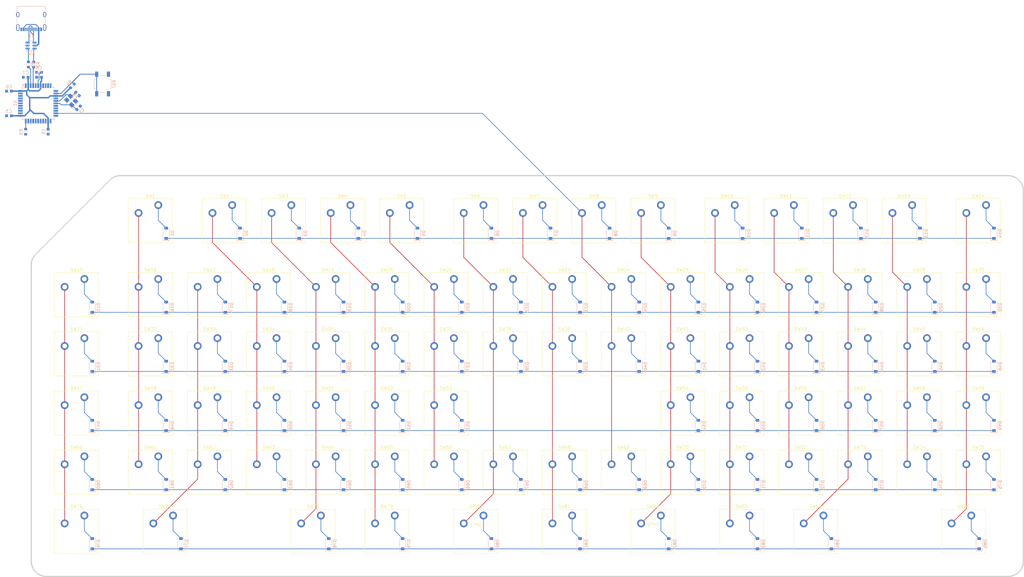
<source format=kicad_pcb>
(kicad_pcb (version 20221018) (generator pcbnew)
  (layers (0 "F.Cu" signal) (31 "B.Cu" signal) (34 "B.Paste" user) (35 "F.Paste" user) (36 "B.SilkS" user "B.Silkscreen") (37 "F.SilkS" user "F.Silkscreen") (38 "B.Mask" user) (39 "F.Mask" user) (44 "Edge.Cuts" user))
  (net 0 "")
  (net 1 "COL0")
  (net 2 "COL1")
  (net 3 "COL10")
  (net 4 "COL11")
  (net 5 "COL12")
  (net 6 "COL13")
  (net 7 "COL14")
  (net 8 "COL15")
  (net 9 "COL2")
  (net 10 "COL3")
  (net 11 "COL4")
  (net 12 "COL5")
  (net 13 "COL6")
  (net 14 "COL7")
  (net 15 "COL8")
  (net 16 "COL9")
  (net 17 "GND")
  (net 18 "N$1")
  (net 19 "N$10")
  (net 20 "N$11")
  (net 21 "N$12")
  (net 22 "N$13")
  (net 23 "N$14")
  (net 24 "N$15")
  (net 25 "N$16")
  (net 26 "N$17")
  (net 27 "N$18")
  (net 28 "N$19")
  (net 29 "N$2")
  (net 30 "N$20")
  (net 31 "N$21")
  (net 32 "N$22")
  (net 33 "N$23")
  (net 34 "N$24")
  (net 35 "N$25")
  (net 36 "N$26")
  (net 37 "N$27")
  (net 38 "N$28")
  (net 39 "N$29")
  (net 40 "N$3")
  (net 41 "N$30")
  (net 42 "N$31")
  (net 43 "N$32")
  (net 44 "N$33")
  (net 45 "N$34")
  (net 46 "N$35")
  (net 47 "N$36")
  (net 48 "N$37")
  (net 49 "N$38")
  (net 50 "N$39")
  (net 51 "N$4")
  (net 52 "N$40")
  (net 53 "N$41")
  (net 54 "N$42")
  (net 55 "N$43")
  (net 56 "N$44")
  (net 57 "N$45")
  (net 58 "N$46")
  (net 59 "N$47")
  (net 60 "N$48")
  (net 61 "N$49")
  (net 62 "N$5")
  (net 63 "N$50")
  (net 64 "N$51")
  (net 65 "N$52")
  (net 66 "N$53")
  (net 67 "N$54")
  (net 68 "N$55")
  (net 69 "N$56")
  (net 70 "N$57")
  (net 71 "N$58")
  (net 72 "N$59")
  (net 73 "N$6")
  (net 74 "N$60")
  (net 75 "N$61")
  (net 76 "N$62")
  (net 77 "N$63")
  (net 78 "N$64")
  (net 79 "N$65")
  (net 80 "N$66")
  (net 81 "N$67")
  (net 82 "N$68")
  (net 83 "N$69")
  (net 84 "N$7")
  (net 85 "N$70")
  (net 86 "N$71")
  (net 87 "N$72")
  (net 88 "N$73")
  (net 89 "N$74")
  (net 90 "N$75")
  (net 91 "N$76")
  (net 92 "N$77")
  (net 93 "N$78")
  (net 94 "N$79")
  (net 95 "N$8")
  (net 96 "N$80")
  (net 97 "N$81")
  (net 98 "N$82")
  (net 99 "N$83")
  (net 100 "N$84")
  (net 101 "N$85")
  (net 102 "N$9")
  (net 103 "ROW0")
  (net 104 "ROW1")
  (net 105 "ROW2")
  (net 106 "ROW3")
  (net 107 "ROW4")
  (net 108 "ROW5")
  (net 109 "VCC")
  (net 110 "mcu/D+")
  (net 111 "mcu/D-")
  (net 112 "mcu/UCAP")
  (net 113 "mcu/XTAL1")
  (net 114 "mcu/XTAL2")
  (net 115 "mcu/~{HWB}/PE2")
  (net 116 "mcu/~{RESET}")
  (net 117 "u2/D+")
  (net 118 "u2/D-")
  (net 119 "usb/D+")
  (net 120 "usb/D-")
  (footprint "SW_Cherry_MX_PCB_1.50u" (layer "F.Cu") (at 271.4625 138.1125)
    (fp_text reference "SW84")
    (fp_text value "SW_Push")
  )
  (footprint "SW_Cherry_MX_PCB_1.00u" (layer "F.Cu") (at 247.65 138.1125)
    (fp_text reference "SW83")
    (fp_text value "SW_Push")
  )
  (footprint "SW_Cherry_MX_PCB_1.00u" (layer "F.Cu") (at 247.65 80.9625)
    (fp_text reference "SW42")
    (fp_text value "SW_Push")
  )
  (footprint "SW_Cherry_MX_PCB_1.00u" (layer "F.Cu") (at 80.9625 38.1)
    (fp_text reference "SW2")
    (fp_text value "SW_Push")
  )
  (footprint "SW_Cherry_MX_PCB_1.00u" (layer "F.Cu") (at 285.75 80.9625)
    (fp_text reference "SW44")
    (fp_text value "SW_Push")
  )
  (footprint "SW_Cherry_MX_PCB_1.00u" (layer "F.Cu") (at 209.55 119.0625)
    (fp_text reference "SW69")
    (fp_text value "SW_Push")
  )
  (footprint "SW_Cherry_MX_PCB_1.00u" (layer "F.Cu") (at 304.8 100.0125)
    (fp_text reference "SW58")
    (fp_text value "SW_Push")
  )
  (footprint "SW_Cherry_MX_PCB_1.00u" (layer "F.Cu") (at 171.45 61.9125)
    (fp_text reference "SW22")
    (fp_text value "SW_Push")
  )
  (footprint "SW_Cherry_MX_PCB_1.00u" (layer "F.Cu") (at 304.8 61.9125)
    (fp_text reference "SW29")
    (fp_text value "SW_Push")
  )
  (footprint "SW_Cherry_MX_PCB_1.00u" (layer "F.Cu") (at 247.65 61.9125)
    (fp_text reference "SW26")
    (fp_text value "SW_Push")
  )
  (footprint "SW_Cherry_MX_PCB_1.00u" (layer "F.Cu") (at 152.4 119.0625)
    (fp_text reference "SW66")
    (fp_text value "SW_Push")
  )
  (footprint "SW_Cherry_MX_PCB_1.00u" (layer "F.Cu") (at 57.15 119.0625)
    (fp_text reference "SW61")
    (fp_text value "SW_Push")
  )
  (footprint "SW_Cherry_MX_PCB_1.00u" (layer "F.Cu") (at 228.6 100.0125)
    (fp_text reference "SW54")
    (fp_text value "SW_Push")
  )
  (footprint "SW_Cherry_MX_PCB_2.00u" (layer "F.Cu") (at 219.075 138.1125)
    (fp_text reference "SW82")
    (fp_text value "SW_Push")
  )
  (footprint "SW_Cherry_MX_PCB_1.00u" (layer "F.Cu") (at 76.2 100.0125)
    (fp_text reference "SW49")
    (fp_text value "SW_Push")
  )
  (footprint "SW_Cherry_MX_PCB_1.00u" (layer "F.Cu") (at 95.25 119.0625)
    (fp_text reference "SW63")
    (fp_text value "SW_Push")
  )
  (footprint "SW_Cherry_MX_PCB_1.00u" (layer "F.Cu") (at 323.85 119.0625)
    (fp_text reference "SW75")
    (fp_text value "SW_Push")
  )
  (footprint "SW_Cherry_MX_PCB_1.00u" (layer "F.Cu") (at 190.5 80.9625)
    (fp_text reference "SW39")
    (fp_text value "SW_Push")
  )
  (footprint "SW_Cherry_MX_PCB_1.50u" (layer "F.Cu") (at 61.9125 138.1125)
    (fp_text reference "SW77")
    (fp_text value "SW_Push")
  )
  (footprint "SW_Cherry_MX_PCB_1.00u" (layer "F.Cu") (at 266.7 100.0125)
    (fp_text reference "SW56")
    (fp_text value "SW_Push")
  )
  (footprint "SW_Cherry_MX_PCB_1.00u" (layer "F.Cu") (at 161.925 38.1)
    (fp_text reference "SW6")
    (fp_text value "SW_Push")
  )
  (footprint "SW_Cherry_MX_PCB_1.00u" (layer "F.Cu") (at 261.9375 38.1)
    (fp_text reference "SW11")
    (fp_text value "SW_Push")
  )
  (footprint "SW_Cherry_MX_PCB_1.00u" (layer "F.Cu") (at 171.45 119.0625)
    (fp_text reference "SW67")
    (fp_text value "SW_Push")
  )
  (footprint "SW_Cherry_MX_PCB_1.00u" (layer "F.Cu") (at 95.25 61.9125)
    (fp_text reference "SW18")
    (fp_text value "SW_Push")
  )
  (footprint "SW_Cherry_MX_PCB_1.00u" (layer "F.Cu") (at 114.3 80.9625)
    (fp_text reference "SW35")
    (fp_text value "SW_Push")
  )
  (footprint "SW_Cherry_MX_PCB_1.00u" (layer "F.Cu") (at 209.55 61.9125)
    (fp_text reference "SW24")
    (fp_text value "SW_Push")
  )
  (footprint "SW_Cherry_MX_PCB_1.00u" (layer "F.Cu") (at 247.65 100.0125)
    (fp_text reference "SW55")
    (fp_text value "SW_Push")
  )
  (footprint "SW_Cherry_MX_PCB_1.00u" (layer "F.Cu") (at 133.35 119.0625)
    (fp_text reference "SW65")
    (fp_text value "SW_Push")
  )
  (footprint "SW_Cherry_MX_PCB_1.00u" (layer "F.Cu") (at 33.3375 61.9125)
    (fp_text reference "SW15")
    (fp_text value "SW_Push")
  )
  (footprint "SW_Cherry_MX_PCB_1.50u" (layer "F.Cu") (at 319.0875 138.1125)
    (fp_text reference "SW85")
    (fp_text value "SW_Push")
  )
  (footprint "SW_Cherry_MX_PCB_1.00u" (layer "F.Cu") (at 57.15 100.0125)
    (fp_text reference "SW48")
    (fp_text value "SW_Push")
  )
  (footprint "SW_Cherry_MX_PCB_1.00u" (layer "F.Cu") (at 266.7 61.9125)
    (fp_text reference "SW27")
    (fp_text value "SW_Push")
  )
  (footprint "SW_Cherry_MX_PCB_1.00u" (layer "F.Cu") (at 114.3 100.0125)
    (fp_text reference "SW51")
    (fp_text value "SW_Push")
  )
  (footprint "SW_Cherry_MX_PCB_1.00u" (layer "F.Cu") (at 304.8 80.9625)
    (fp_text reference "SW45")
    (fp_text value "SW_Push")
  )
  (footprint "SW_Cherry_MX_PCB_1.00u" (layer "F.Cu") (at 33.3375 80.9625)
    (fp_text reference "SW31")
    (fp_text value "SW_Push")
  )
  (footprint "SW_Cherry_MX_PCB_1.00u" (layer "F.Cu") (at 304.8 119.0625)
    (fp_text reference "SW74")
    (fp_text value "SW_Push")
  )
  (footprint "SW_Cherry_MX_PCB_1.00u" (layer "F.Cu") (at 33.3375 100.0125)
    (fp_text reference "SW47")
    (fp_text value "SW_Push")
  )
  (footprint "SW_Cherry_MX_PCB_1.00u" (layer "F.Cu") (at 228.6 119.0625)
    (fp_text reference "SW70")
    (fp_text value "SW_Push")
  )
  (footprint "SW_Cherry_MX_PCB_1.00u" (layer "F.Cu") (at 200.025 38.1)
    (fp_text reference "SW8")
    (fp_text value "SW_Push")
  )
  (footprint "SW_Cherry_MX_PCB_1.00u" (layer "F.Cu") (at 190.5 119.0625)
    (fp_text reference "SW68")
    (fp_text value "SW_Push")
  )
  (footprint "SW_Cherry_MX_PCB_2.00u" (layer "F.Cu") (at 161.925 138.1125)
    (fp_text reference "SW80")
    (fp_text value "SW_Push")
  )
  (footprint "Stabilizer_Cherry_MX_2.00u" (layer "F.Cu") (at 219.075 138.1125)
    (fp_text reference "ST82")
    (fp_text value "MountingHole")
  )
  (footprint "SW_Cherry_MX_PCB_1.00u" (layer "F.Cu") (at 300.0375 38.1)
    (fp_text reference "SW13")
    (fp_text value "SW_Push")
  )
  (footprint "SW_Cherry_MX_PCB_1.00u" (layer "F.Cu") (at 266.7 119.0625)
    (fp_text reference "SW72")
    (fp_text value "SW_Push")
  )
  (footprint "SW_Cherry_MX_PCB_1.00u" (layer "F.Cu") (at 323.85 61.9125)
    (fp_text reference "SW30")
    (fp_text value "SW_Push")
  )
  (footprint "SW_Cherry_MX_PCB_1.00u" (layer "F.Cu") (at 57.15 61.9125)
    (fp_text reference "SW16")
    (fp_text value "SW_Push")
  )
  (footprint "SW_Cherry_MX_PCB_1.50u" (layer "F.Cu") (at 109.5375 138.1125)
    (fp_text reference "SW78")
    (fp_text value "SW_Push")
  )
  (footprint "SW_Cherry_MX_PCB_1.00u" (layer "F.Cu") (at 152.4 61.9125)
    (fp_text reference "SW21")
    (fp_text value "SW_Push")
  )
  (footprint "SW_Cherry_MX_PCB_1.00u" (layer "F.Cu") (at 285.75 100.0125)
    (fp_text reference "SW57")
    (fp_text value "SW_Push")
  )
  (footprint "SW_Cherry_MX_PCB_1.00u" (layer "F.Cu") (at 323.85 100.0125)
    (fp_text reference "SW59")
    (fp_text value "SW_Push")
  )
  (footprint "SW_Cherry_MX_PCB_1.00u" (layer "F.Cu") (at 228.6 80.9625)
    (fp_text reference "SW41")
    (fp_text value "SW_Push")
  )
  (footprint "SW_Cherry_MX_PCB_1.00u" (layer "F.Cu") (at 266.7 80.9625)
    (fp_text reference "SW43")
    (fp_text value "SW_Push")
  )
  (footprint "SW_Cherry_MX_PCB_1.00u" (layer "F.Cu") (at 152.4 80.9625)
    (fp_text reference "SW37")
    (fp_text value "SW_Push")
  )
  (footprint "SW_Cherry_MX_PCB_1.00u" (layer "F.Cu") (at 171.45 80.9625)
    (fp_text reference "SW38")
    (fp_text value "SW_Push")
  )
  (footprint "SW_Cherry_MX_PCB_1.00u" (layer "F.Cu") (at 219.075 38.1)
    (fp_text reference "SW9")
    (fp_text value "SW_Push")
  )
  (footprint "SW_Cherry_MX_PCB_1.00u" (layer "F.Cu") (at 228.6 61.9125)
    (fp_text reference "SW25")
    (fp_text value "SW_Push")
  )
  (footprint "SW_Cherry_MX_PCB_1.00u" (layer "F.Cu") (at 242.8875 38.1)
    (fp_text reference "SW10")
    (fp_text value "SW_Push")
  )
  (footprint "SW_Cherry_MX_PCB_1.00u" (layer "F.Cu") (at 138.1125 38.1)
    (fp_text reference "SW5")
    (fp_text value "SW_Push")
  )
  (footprint "SW_Cherry_MX_PCB_1.00u" (layer "F.Cu") (at 133.35 100.0125)
    (fp_text reference "SW52")
    (fp_text value "SW_Push")
  )
  (footprint "SW_Cherry_MX_PCB_1.00u" (layer "F.Cu") (at 33.3375 119.0625)
    (fp_text reference "SW60")
    (fp_text value "SW_Push")
  )
  (footprint "SW_Cherry_MX_PCB_1.00u" (layer "F.Cu") (at 57.15 38.1)
    (fp_text reference "SW1")
    (fp_text value "SW_Push")
  )
  (footprint "SW_Cherry_MX_PCB_1.00u" (layer "F.Cu") (at 285.75 119.0625)
    (fp_text reference "SW73")
    (fp_text value "SW_Push")
  )
  (footprint "SW_Cherry_MX_PCB_1.00u" (layer "F.Cu") (at 285.75 61.9125)
    (fp_text reference "SW28")
    (fp_text value "SW_Push")
  )
  (footprint "SW_Cherry_MX_PCB_1.00u" (layer "F.Cu") (at 152.4 100.0125)
    (fp_text reference "SW53")
    (fp_text value "SW_Push")
  )
  (footprint "SW_Cherry_MX_PCB_1.00u" (layer "F.Cu") (at 323.85 80.9625)
    (fp_text reference "SW46")
    (fp_text value "SW_Push")
  )
  (footprint "SW_Cherry_MX_PCB_1.00u" (layer "F.Cu") (at 180.975 38.1)
    (fp_text reference "SW7")
    (fp_text value "SW_Push")
  )
  (footprint "SW_Cherry_MX_PCB_1.00u" (layer "F.Cu") (at 95.25 80.9625)
    (fp_text reference "SW34")
    (fp_text value "SW_Push")
  )
  (footprint "SW_Cherry_MX_PCB_1.00u" (layer "F.Cu") (at 100.0125 38.1)
    (fp_text reference "SW3")
    (fp_text value "SW_Push")
  )
  (footprint "SW_Cherry_MX_PCB_1.00u" (layer "F.Cu") (at 76.2 80.9625)
    (fp_text reference "SW33")
    (fp_text value "SW_Push")
  )
  (footprint "SW_Cherry_MX_PCB_1.00u" (layer "F.Cu") (at 57.15 80.9625)
    (fp_text reference "SW32")
    (fp_text value "SW_Push")
  )
  (footprint "SW_Cherry_MX_PCB_1.00u" (layer "F.Cu") (at 247.65 119.0625)
    (fp_text reference "SW71")
    (fp_text value "SW_Push")
  )
  (footprint "SW_Cherry_MX_PCB_1.00u" (layer "F.Cu") (at 114.3 61.9125)
    (fp_text reference "SW19")
    (fp_text value "SW_Push")
  )
  (footprint "SW_Cherry_MX_PCB_1.00u" (layer "F.Cu") (at 209.55 80.9625)
    (fp_text reference "SW40")
    (fp_text value "SW_Push")
  )
  (footprint "SW_Cherry_MX_PCB_1.00u" (layer "F.Cu") (at 280.9875 38.1)
    (fp_text reference "SW12")
    (fp_text value "SW_Push")
  )
  (footprint "Stabilizer_Cherry_MX_2.00u" (layer "F.Cu") (at 161.925 138.1125)
    (fp_text reference "ST80")
    (fp_text value "MountingHole")
  )
  (footprint "SW_Cherry_MX_PCB_1.00u" (layer "F.Cu") (at 76.2 119.0625)
    (fp_text reference "SW62")
    (fp_text value "SW_Push")
  )
  (footprint "SW_Cherry_MX_PCB_1.00u" (layer "F.Cu") (at 323.85 38.1)
    (fp_text reference "SW14")
    (fp_text value "SW_Push")
  )
  (footprint "SW_Cherry_MX_PCB_1.00u" (layer "F.Cu") (at 76.2 61.9125)
    (fp_text reference "SW17")
    (fp_text value "SW_Push")
  )
  (footprint "SW_Cherry_MX_PCB_1.00u" (layer "F.Cu") (at 33.3375 138.1125)
    (fp_text reference "SW76")
    (fp_text value "SW_Push")
  )
  (footprint "SW_Cherry_MX_PCB_1.00u" (layer "F.Cu") (at 133.35 80.9625)
    (fp_text reference "SW36")
    (fp_text value "SW_Push")
  )
  (footprint "SW_Cherry_MX_PCB_1.00u" (layer "F.Cu") (at 190.5 61.9125)
    (fp_text reference "SW23")
    (fp_text value "SW_Push")
  )
  (footprint "SW_Cherry_MX_PCB_1.00u" (layer "F.Cu") (at 114.3 119.0625)
    (fp_text reference "SW64")
    (fp_text value "SW_Push")
  )
  (footprint "SW_Cherry_MX_PCB_1.00u" (layer "F.Cu") (at 190.5 138.1125)
    (fp_text reference "SW81")
    (fp_text value "SW_Push")
  )
  (footprint "SW_Cherry_MX_PCB_1.00u" (layer "F.Cu") (at 133.35 138.1125)
    (fp_text reference "SW79")
    (fp_text value "SW_Push")
  )
  (footprint "SW_Cherry_MX_PCB_1.00u" (layer "F.Cu") (at 95.25 100.0125)
    (fp_text reference "SW50")
    (fp_text value "SW_Push")
  )
  (footprint "SW_Cherry_MX_PCB_1.00u" (layer "F.Cu") (at 119.0625 38.1)
    (fp_text reference "SW4")
    (fp_text value "SW_Push")
  )
  (footprint "SW_Cherry_MX_PCB_1.00u" (layer "F.Cu") (at 133.35 61.9125)
    (fp_text reference "SW20")
    (fp_text value "SW_Push")
  )
  (footprint "SW_SPST_TL3342" (layer "B.Cu") (at 41.75 -6 90)
    (fp_text reference "RST")
    (fp_text value "SW_SPST")
  )
  (footprint "D_SOD-123" (layer "B.Cu") (at 38.4175 104.0125 90)
    (fp_text reference "D47")
    (fp_text value "D")
  )
  (footprint "D_SOD-123" (layer "B.Cu") (at 62.23 123.0625 90)
    (fp_text reference "D61")
    (fp_text value "D")
  )
  (footprint "D_SOD-123" (layer "B.Cu") (at 38.4175 142.1125 90)
    (fp_text reference "D76")
    (fp_text value "D")
  )
  (footprint "D_SOD-123" (layer "B.Cu") (at 157.48 65.9125 90)
    (fp_text reference "D21")
    (fp_text value "D")
  )
  (footprint "D_SOD-123" (layer "B.Cu") (at 195.58 65.9125 90)
    (fp_text reference "D23")
    (fp_text value "D")
  )
  (footprint "D_SOD-123" (layer "B.Cu") (at 195.58 84.9625 90)
    (fp_text reference "D39")
    (fp_text value "D")
  )
  (footprint "D_SOD-123" (layer "B.Cu") (at 119.38 65.9125 90)
    (fp_text reference "D19")
    (fp_text value "D")
  )
  (footprint "D_SOD-123" (layer "B.Cu") (at 271.78 123.0625 90)
    (fp_text reference "D72")
    (fp_text value "D")
  )
  (footprint "D_SOD-123" (layer "B.Cu") (at 328.93 42.1 90)
    (fp_text reference "D14")
    (fp_text value "D")
  )
  (footprint "D_SOD-123" (layer "B.Cu") (at 195.58 142.1125 90)
    (fp_text reference "D81")
    (fp_text value "D")
  )
  (footprint "R_0603_1608Metric" (layer "B.Cu") (at 19.55 -12.27 90)
    (fp_text reference "R2")
    (fp_text value "22")
  )
  (footprint "D_SOD-123" (layer "B.Cu") (at 81.28 65.9125 90)
    (fp_text reference "D17")
    (fp_text value "D")
  )
  (footprint "D_SOD-123" (layer "B.Cu") (at 271.78 104.0125 90)
    (fp_text reference "D56")
    (fp_text value "D")
  )
  (footprint "D_SOD-123" (layer "B.Cu") (at 105.0925 42.1 90)
    (fp_text reference "D3")
    (fp_text value "D")
  )
  (footprint "D_SOD-123" (layer "B.Cu") (at 157.48 123.0625 90)
    (fp_text reference "D66")
    (fp_text value "D")
  )
  (footprint "D_SOD-123" (layer "B.Cu") (at 309.88 84.9625 90)
    (fp_text reference "D45")
    (fp_text value "D")
  )
  (footprint "C_0603_1608Metric" (layer "B.Cu") (at 24.2 9.37 -90)
    (fp_text reference "C5")
    (fp_text value "0.1u")
  )
  (footprint "D_SOD-123" (layer "B.Cu") (at 195.58 123.0625 90)
    (fp_text reference "D68")
    (fp_text value "D")
  )
  (footprint "D_SOD-123" (layer "B.Cu") (at 214.63 123.0625 90)
    (fp_text reference "D69")
    (fp_text value "D")
  )
  (footprint "D_SOD-123" (layer "B.Cu") (at 38.4175 84.9625 90)
    (fp_text reference "D31")
    (fp_text value "D")
  )
  (footprint "D_SOD-123" (layer "B.Cu") (at 324.1675 142.1125 90)
    (fp_text reference "D85")
    (fp_text value "D")
  )
  (footprint "D_SOD-123" (layer "B.Cu") (at 224.155 142.1125 90)
    (fp_text reference "D82")
    (fp_text value "D")
  )
  (footprint "R_0603_1608Metric" (layer "B.Cu") (at 32.01 -5.39 -135)
    (fp_text reference "R4")
    (fp_text value "10k")
  )
  (footprint "D_SOD-123" (layer "B.Cu") (at 138.43 84.9625 90)
    (fp_text reference "D36")
    (fp_text value "D")
  )
  (footprint "D_SOD-123" (layer "B.Cu") (at 214.63 65.9125 90)
    (fp_text reference "D24")
    (fp_text value "D")
  )
  (footprint "D_SOD-123" (layer "B.Cu") (at 233.68 104.0125 90)
    (fp_text reference "D54")
    (fp_text value "D")
  )
  (footprint "D_SOD-123" (layer "B.Cu") (at 62.23 65.9125 90)
    (fp_text reference "D16")
    (fp_text value "D")
  )
  (footprint "D_SOD-123" (layer "B.Cu") (at 119.38 123.0625 90)
    (fp_text reference "D64")
    (fp_text value "D")
  )
  (footprint "D_SOD-123" (layer "B.Cu") (at 267.0175 42.1 90)
    (fp_text reference "D11")
    (fp_text value "D")
  )
  (footprint "D_SOD-123" (layer "B.Cu") (at 167.005 42.1 90)
    (fp_text reference "D6")
    (fp_text value "D")
  )
  (footprint "C_0603_1608Metric" (layer "B.Cu") (at 33.65 -2.78 -45)
    (fp_text reference "C2")
    (fp_text value "22p")
  )
  (footprint "C_0603_1608Metric" (layer "B.Cu") (at 16.97 -8.15 180)
    (fp_text reference "C7")
    (fp_text value "4.7u")
  )
  (footprint "D_SOD-123" (layer "B.Cu") (at 86.0425 42.1 90)
    (fp_text reference "D2")
    (fp_text value "D")
  )
  (footprint "D_SOD-123" (layer "B.Cu") (at 62.23 104.0125 90)
    (fp_text reference "D48")
    (fp_text value "D")
  )
  (footprint "D_SOD-123" (layer "B.Cu") (at 138.43 123.0625 90)
    (fp_text reference "D65")
    (fp_text value "D")
  )
  (footprint "C_0603_1608Metric" (layer "B.Cu") (at 34.01 1.69 45)
    (fp_text reference "C1")
    (fp_text value "22p")
  )
  (footprint "C_0603_1608Metric" (layer "B.Cu") (at 11.58 -3.7 180)
    (fp_text reference "C6")
    (fp_text value "0.1u")
  )
  (footprint "D_SOD-123" (layer "B.Cu") (at 138.43 142.1125 90)
    (fp_text reference "D79")
    (fp_text value "D")
  )
  (footprint "D_SOD-123" (layer "B.Cu") (at 224.155 42.1 90)
    (fp_text reference "D9")
    (fp_text value "D")
  )
  (footprint "D_SOD-123" (layer "B.Cu") (at 176.53 123.0625 90)
    (fp_text reference "D67")
    (fp_text value "D")
  )
  (footprint "D_SOD-123" (layer "B.Cu") (at 205.105 42.1 90)
    (fp_text reference "D8")
    (fp_text value "D")
  )
  (footprint "D_SOD-123" (layer "B.Cu") (at 309.88 65.9125 90)
    (fp_text reference "D29")
    (fp_text value "D")
  )
  (footprint "D_SOD-123" (layer "B.Cu") (at 138.43 65.9125 90)
    (fp_text reference "D20")
    (fp_text value "D")
  )
  (footprint "D_SOD-123" (layer "B.Cu") (at 276.5425 142.1125 90)
    (fp_text reference "D84")
    (fp_text value "D")
  )
  (footprint "D_SOD-123" (layer "B.Cu") (at 214.63 84.9625 90)
    (fp_text reference "D40")
    (fp_text value "D")
  )
  (footprint "D_SOD-123" (layer "B.Cu") (at 81.28 123.0625 90)
    (fp_text reference "D62")
    (fp_text value "D")
  )
  (footprint "D_SOD-123" (layer "B.Cu") (at 38.4175 65.9125 90)
    (fp_text reference "D15")
    (fp_text value "D")
  )
  (footprint "D_SOD-123" (layer "B.Cu") (at 305.1175 42.1 90)
    (fp_text reference "D13")
    (fp_text value "D")
  )
  (footprint "D_SOD-123" (layer "B.Cu") (at 143.1925 42.1 90)
    (fp_text reference "D5")
    (fp_text value "D")
  )
  (footprint "D_SOD-123" (layer "B.Cu") (at 176.53 65.9125 90)
    (fp_text reference "D22")
    (fp_text value "D")
  )
  (footprint "D_SOD-123" (layer "B.Cu") (at 100.33 104.0125 90)
    (fp_text reference "D50")
    (fp_text value "D")
  )
  (footprint "D_SOD-123" (layer "B.Cu") (at 167.005 142.1125 90)
    (fp_text reference "D80")
    (fp_text value "D")
  )
  (footprint "D_SOD-123" (layer "B.Cu") (at 252.73 84.9625 90)
    (fp_text reference "D42")
    (fp_text value "D")
  )
  (footprint "D_SOD-123" (layer "B.Cu") (at 233.68 84.9625 90)
    (fp_text reference "D41")
    (fp_text value "D")
  )
  (footprint "D_SOD-123" (layer "B.Cu") (at 271.78 84.9625 90)
    (fp_text reference "D43")
    (fp_text value "D")
  )
  (footprint "D_SOD-123" (layer "B.Cu") (at 157.48 104.0125 90)
    (fp_text reference "D53")
    (fp_text value "D")
  )
  (footprint "D_SOD-123" (layer "B.Cu") (at 309.88 104.0125 90)
    (fp_text reference "D58")
    (fp_text value "D")
  )
  (footprint "D_SOD-123" (layer "B.Cu") (at 100.33 123.0625 90)
    (fp_text reference "D63")
    (fp_text value "D")
  )
  (footprint "D_SOD-123" (layer "B.Cu") (at 247.9675 42.1 90)
    (fp_text reference "D10")
    (fp_text value "D")
  )
  (footprint "D_SOD-123" (layer "B.Cu") (at 38.4175 123.0625 90)
    (fp_text reference "D60")
    (fp_text value "D")
  )
  (footprint "D_SOD-123" (layer "B.Cu") (at 157.48 84.9625 90)
    (fp_text reference "D37")
    (fp_text value "D")
  )
  (footprint "D_SOD-123" (layer "B.Cu") (at 100.33 65.9125 90)
    (fp_text reference "D18")
    (fp_text value "D")
  )
  (footprint "D_SOD-123" (layer "B.Cu") (at 186.055 42.1 90)
    (fp_text reference "D7")
    (fp_text value "D")
  )
  (footprint "D_SOD-123" (layer "B.Cu") (at 81.28 84.9625 90)
    (fp_text reference "D33")
    (fp_text value "D")
  )
  (footprint "D_SOD-123" (layer "B.Cu") (at 62.23 84.9625 90)
    (fp_text reference "D32")
    (fp_text value "D")
  )
  (footprint "D_SOD-123" (layer "B.Cu") (at 124.1425 42.1 90)
    (fp_text reference "D4")
    (fp_text value "D")
  )
  (footprint "D_SOD-123" (layer "B.Cu") (at 252.73 65.9125 90)
    (fp_text reference "D26")
    (fp_text value "D")
  )
  (footprint "D_SOD-123" (layer "B.Cu") (at 119.38 104.0125 90)
    (fp_text reference "D51")
    (fp_text value "D")
  )
  (footprint "USB_C_Receptacle_XKB_U262-16XN-4BVC11" (layer "B.Cu") (at 18.75 -27.275)
    (fp_text reference "J1")
    (fp_text value "USB_C_Receptacle_USB2.0")
  )
  (footprint "D_SOD-123" (layer "B.Cu") (at 252.73 123.0625 90)
    (fp_text reference "D71")
    (fp_text value "D")
  )
  (footprint "D_SOD-123" (layer "B.Cu") (at 233.68 65.9125 90)
    (fp_text reference "D25")
    (fp_text value "D")
  )
  (footprint "Crystal_SMD_3225-4Pin_3.2x2.5mm" (layer "B.Cu") (at 31.6 -0.68 135)
    (fp_text reference "Y1")
    (fp_text value "Crystal_GND24")
  )
  (footprint "D_SOD-123" (layer "B.Cu") (at 176.53 84.9625 90)
    (fp_text reference "D38")
    (fp_text value "D")
  )
  (footprint "D_SOD-123" (layer "B.Cu") (at 252.73 142.1125 90)
    (fp_text reference "D83")
    (fp_text value "D")
  )
  (footprint "D_SOD-123" (layer "B.Cu") (at 328.93 84.9625 90)
    (fp_text reference "D46")
    (fp_text value "D")
  )
  (footprint "C_0603_1608Metric" (layer "B.Cu") (at 21.29 -9.74 180)
    (fp_text reference "C8")
    (fp_text value "1u")
  )
  (footprint "D_SOD-123" (layer "B.Cu") (at 290.83 84.9625 90)
    (fp_text reference "D44")
    (fp_text value "D")
  )
  (footprint "D_SOD-123" (layer "B.Cu") (at 328.93 123.0625 90)
    (fp_text reference "D75")
    (fp_text value "D")
  )
  (footprint "D_SOD-123" (layer "B.Cu") (at 66.9925 142.1125 90)
    (fp_text reference "D77")
    (fp_text value "D")
  )
  (footprint "D_SOD-123" (layer "B.Cu") (at 290.83 65.9125 90)
    (fp_text reference "D28")
    (fp_text value "D")
  )
  (footprint "D_SOD-123" (layer "B.Cu") (at 328.93 65.9125 90)
    (fp_text reference "D30")
    (fp_text value "D")
  )
  (footprint "D_SOD-123" (layer "B.Cu") (at 290.83 123.0625 90)
    (fp_text reference "D73")
    (fp_text value "D")
  )
  (footprint "C_0603_1608Metric" (layer "B.Cu") (at 21.29 -8.15 180)
    (fp_text reference "C4")
    (fp_text value "0.1u")
  )
  (footprint "D_SOD-123" (layer "B.Cu") (at 62.23 42.1 90)
    (fp_text reference "D1")
    (fp_text value "D")
  )
  (footprint "TQFP-44_10x10mm_P0.8mm" (layer "B.Cu") (at 20.98 0.25 -90)
    (fp_text reference "U1")
    (fp_text value "ATmega32U4-A")
  )
  (footprint "D_SOD-123" (layer "B.Cu") (at 233.68 123.0625 90)
    (fp_text reference "D70")
    (fp_text value "D")
  )
  (footprint "D_SOD-123" (layer "B.Cu") (at 81.28 104.0125 90)
    (fp_text reference "D49")
    (fp_text value "D")
  )
  (footprint "R_0603_1608Metric" (layer "B.Cu") (at 17.85 -12.28 90)
    (fp_text reference "R1")
    (fp_text value "22")
  )
  (footprint "D_SOD-123" (layer "B.Cu") (at 271.78 65.9125 90)
    (fp_text reference "D27")
    (fp_text value "D")
  )
  (footprint "SOT-23-6" (layer "B.Cu") (at 18.7 -18.375)
    (fp_text reference "U2")
    (fp_text value "TPD2S017")
  )
  (footprint "D_SOD-123" (layer "B.Cu") (at 100.33 84.9625 90)
    (fp_text reference "D34")
    (fp_text value "D")
  )
  (footprint "D_SOD-123" (layer "B.Cu") (at 286.0675 42.1 90)
    (fp_text reference "D12")
    (fp_text value "D")
  )
  (footprint "R_0603_1608Metric" (layer "B.Cu") (at 16.96 9.37 -90)
    (fp_text reference "R3")
    (fp_text value "10k")
  )
  (footprint "D_SOD-123" (layer "B.Cu") (at 119.38 84.9625 90)
    (fp_text reference "D35")
    (fp_text value "D")
  )
  (footprint "D_SOD-123" (layer "B.Cu") (at 252.73 104.0125 90)
    (fp_text reference "D55")
    (fp_text value "D")
  )
  (footprint "D_SOD-123" (layer "B.Cu") (at 309.88 123.0625 90)
    (fp_text reference "D74")
    (fp_text value "D")
  )
  (footprint "C_0603_1608Metric" (layer "B.Cu") (at 11.58 4.24 180)
    (fp_text reference "C3")
    (fp_text value "0.1u")
  )
  (footprint "D_SOD-123" (layer "B.Cu") (at 138.43 104.0125 90)
    (fp_text reference "D52")
    (fp_text value "D")
  )
  (footprint "D_SOD-123" (layer "B.Cu") (at 328.93 104.0125 90)
    (fp_text reference "D59")
    (fp_text value "D")
  )
  (footprint "D_SOD-123" (layer "B.Cu") (at 290.83 104.0125 90)
    (fp_text reference "D57")
    (fp_text value "D")
  )
  (footprint "D_SOD-123" (layer "B.Cu") (at 114.6175 142.1125 90)
    (fp_text reference "D78")
    (fp_text value "D")
  )
  (gr_line (start 19.890468 49.161926) (end 44.399426 24.652968) (stroke (width 0.4)) (layer "Edge.Cuts"))
  (gr_line (start 336.245522 151.914584) (end 335.298303 152.306923) (stroke (width 0.4)) (layer "Edge.Cuts"))
  (gr_line (start 337.652084 25.704478) (end 338.044423 26.651697) (stroke (width 0.4)) (layer "Edge.Cuts"))
  (gr_line (start 338.42912 28.082563) (end 338.42912 148.129937) (stroke (width 0.4)) (layer "Edge.Cuts"))
  (gr_line (start 21.889197 152.306923) (end 20.941978 151.914584) (stroke (width 0.4)) (layer "Edge.Cuts"))
  (gr_line (start 335.298303 23.905577) (end 336.245522 24.297916) (stroke (width 0.4)) (layer "Edge.Cuts"))
  (gr_line (start 336.245522 24.297916) (end 337.652084 25.704478) (stroke (width 0.4)) (layer "Edge.Cuts"))
  (gr_line (start 20.941978 151.914584) (end 19.535416 150.508022) (stroke (width 0.4)) (layer "Edge.Cuts"))
  (gr_line (start 335.298303 152.306923) (end 334.833389 152.499488) (stroke (width 0.4)) (layer "Edge.Cuts"))
  (gr_line (start 18.75838 148.129937) (end 18.75838 51.895063) (stroke (width 0.4)) (layer "Edge.Cuts"))
  (gr_line (start 47.132563 23.52088) (end 333.867437 23.52088) (stroke (width 0.4)) (layer "Edge.Cuts"))
  (gr_line (start 334.833389 152.499488) (end 333.867437 152.69162) (stroke (width 0.4)) (layer "Edge.Cuts"))
  (gr_line (start 45.701697 23.905577) (end 46.166611 23.713012) (stroke (width 0.4)) (layer "Edge.Cuts"))
  (gr_line (start 44.399426 24.652968) (end 45.218378 24.105768) (stroke (width 0.4)) (layer "Edge.Cuts"))
  (gr_line (start 19.143077 149.560803) (end 18.950512 149.095889) (stroke (width 0.4)) (layer "Edge.Cuts"))
  (gr_line (start 23.320063 152.69162) (end 22.354111 152.499488) (stroke (width 0.4)) (layer "Edge.Cuts"))
  (gr_line (start 338.044423 149.560803) (end 337.652084 150.508022) (stroke (width 0.4)) (layer "Edge.Cuts"))
  (gr_line (start 338.42912 148.129937) (end 338.236988 149.095889) (stroke (width 0.4)) (layer "Edge.Cuts"))
  (gr_line (start 333.867437 23.52088) (end 334.833389 23.713012) (stroke (width 0.4)) (layer "Edge.Cuts"))
  (gr_line (start 45.218378 24.105768) (end 45.701697 23.905577) (stroke (width 0.4)) (layer "Edge.Cuts"))
  (gr_line (start 46.166611 23.713012) (end 47.132563 23.52088) (stroke (width 0.4)) (layer "Edge.Cuts"))
  (gr_line (start 22.354111 152.499488) (end 21.889197 152.306923) (stroke (width 0.4)) (layer "Edge.Cuts"))
  (gr_line (start 337.652084 150.508022) (end 336.245522 151.914584) (stroke (width 0.4)) (layer "Edge.Cuts"))
  (gr_line (start 19.143077 50.464197) (end 19.343268 49.980878) (stroke (width 0.4)) (layer "Edge.Cuts"))
  (gr_line (start 338.044423 26.651697) (end 338.236988 27.116611) (stroke (width 0.4)) (layer "Edge.Cuts"))
  (gr_line (start 18.75838 51.895063) (end 18.950512 50.929111) (stroke (width 0.4)) (layer "Edge.Cuts"))
  (gr_line (start 18.950512 149.095889) (end 18.75838 148.129937) (stroke (width 0.4)) (layer "Edge.Cuts"))
  (gr_line (start 19.535416 150.508022) (end 19.143077 149.560803) (stroke (width 0.4)) (layer "Edge.Cuts"))
  (gr_line (start 338.236988 27.116611) (end 338.42912 28.082563) (stroke (width 0.4)) (layer "Edge.Cuts"))
  (gr_line (start 18.950512 50.929111) (end 19.143077 50.464197) (stroke (width 0.4)) (layer "Edge.Cuts"))
  (gr_line (start 334.833389 23.713012) (end 335.298303 23.905577) (stroke (width 0.4)) (layer "Edge.Cuts"))
  (gr_line (start 333.867437 152.69162) (end 23.320063 152.69162) (stroke (width 0.4)) (layer "Edge.Cuts"))
  (gr_line (start 338.236988 149.095889) (end 338.044423 149.560803) (stroke (width 0.4)) (layer "Edge.Cuts"))
  (gr_line (start 19.343268 49.980878) (end 19.890468 49.161926) (stroke (width 0.4)) (layer "Edge.Cuts"))
  (segment (start 29.5275 59.3725) (end 29.5275 78.4225) (width 0.2) (layer "F.Cu") (net 1))
  (segment (start 29.5275 78.4225) (end 29.5275 97.4725) (width 0.2) (layer "F.Cu") (net 1))
  (segment (start 29.5275 116.5225) (end 29.5275 135.5725) (width 0.2) (layer "F.Cu") (net 1))
  (segment (start 29.5275 97.4725) (end 29.5275 116.5225) (width 0.2) (layer "F.Cu") (net 1))
  (segment (start 53.34 78.4225) (end 53.34 97.4725) (width 0.2) (layer "F.Cu") (net 2))
  (segment (start 53.34 59.3725) (end 53.34 78.4225) (width 0.2) (layer "F.Cu") (net 2))
  (segment (start 53.34 35.56) (end 53.34 59.3725) (width 0.2) (layer "F.Cu") (net 2))
  (segment (start 53.34 97.4725) (end 53.34 116.5225) (width 0.2) (layer "F.Cu") (net 2))
  (segment (start 215.265 49.8475) (end 224.79 59.3725) (width 0.2) (layer "F.Cu") (net 3))
  (segment (start 224.79 97.4725) (end 224.79 116.5225) (width 0.2) (layer "F.Cu") (net 3))
  (segment (start 224.79 126.0475) (end 215.265 135.5725) (width 0.2) (layer "F.Cu") (net 3))
  (segment (start 224.79 59.3725) (end 224.79 78.4225) (width 0.2) (layer "F.Cu") (net 3))
  (segment (start 215.265 35.56) (end 215.265 49.8475) (width 0.2) (layer "F.Cu") (net 3))
  (segment (start 224.79 78.4225) (end 224.79 97.4725) (width 0.2) (layer "F.Cu") (net 3))
  (segment (start 224.79 116.5225) (end 224.79 126.0475) (width 0.2) (layer "F.Cu") (net 3))
  (segment (start 239.0775 54.61) (end 243.84 59.3725) (width 0.2) (layer "F.Cu") (net 4))
  (segment (start 243.84 78.4225) (end 243.84 97.4725) (width 0.2) (layer "F.Cu") (net 4))
  (segment (start 243.84 97.4725) (end 243.84 116.5225) (width 0.2) (layer "F.Cu") (net 4))
  (segment (start 243.84 116.5225) (end 243.84 135.5725) (width 0.2) (layer "F.Cu") (net 4))
  (segment (start 243.84 59.3725) (end 243.84 78.4225) (width 0.2) (layer "F.Cu") (net 4))
  (segment (start 239.0775 35.56) (end 239.0775 54.61) (width 0.2) (layer "F.Cu") (net 4))
  (segment (start 262.89 78.4225) (end 262.89 97.4725) (width 0.2) (layer "F.Cu") (net 5))
  (segment (start 262.89 59.3725) (end 262.89 78.4225) (width 0.2) (layer "F.Cu") (net 5))
  (segment (start 258.1275 54.61) (end 262.89 59.3725) (width 0.2) (layer "F.Cu") (net 5))
  (segment (start 262.89 97.4725) (end 262.89 116.5225) (width 0.2) (layer "F.Cu") (net 5))
  (segment (start 258.1275 35.56) (end 258.1275 54.61) (width 0.2) (layer "F.Cu") (net 5))
  (segment (start 277.1775 35.56) (end 277.1775 54.61) (width 0.2) (layer "F.Cu") (net 6))
  (segment (start 281.94 116.5225) (end 281.94 121.285) (width 0.2) (layer "F.Cu") (net 6))
  (segment (start 281.94 121.285) (end 267.6525 135.5725) (width 0.2) (layer "F.Cu") (net 6))
  (segment (start 281.94 59.3725) (end 281.94 78.4225) (width 0.2) (layer "F.Cu") (net 6))
  (segment (start 277.1775 54.61) (end 281.94 59.3725) (width 0.2) (layer "F.Cu") (net 6))
  (segment (start 281.94 78.4225) (end 281.94 97.4725) (width 0.2) (layer "F.Cu") (net 6))
  (segment (start 281.94 97.4725) (end 281.94 116.5225) (width 0.2) (layer "F.Cu") (net 6))
  (segment (start 296.2275 35.56) (end 296.2275 54.61) (width 0.2) (layer "F.Cu") (net 7))
  (segment (start 296.2275 54.61) (end 300.99 59.3725) (width 0.2) (layer "F.Cu") (net 7))
  (segment (start 300.99 59.3725) (end 300.99 78.4225) (width 0.2) (layer "F.Cu") (net 7))
  (segment (start 300.99 78.4225) (end 300.99 97.4725) (width 0.2) (layer "F.Cu") (net 7))
  (segment (start 300.99 97.4725) (end 300.99 116.5225) (width 0.2) (layer "F.Cu") (net 7))
  (segment (start 320.04 116.5225) (end 320.04 130.81) (width 0.2) (layer "F.Cu") (net 8))
  (segment (start 320.04 97.4725) (end 320.04 116.5225) (width 0.2) (layer "F.Cu") (net 8))
  (segment (start 320.04 78.4225) (end 320.04 97.4725) (width 0.2) (layer "F.Cu") (net 8))
  (segment (start 320.04 59.3725) (end 320.04 78.4225) (width 0.2) (layer "F.Cu") (net 8))
  (segment (start 320.04 130.81) (end 315.2775 135.5725) (width 0.2) (layer "F.Cu") (net 8))
  (segment (start 320.04 35.56) (end 320.04 59.3725) (width 0.2) (layer "F.Cu") (net 8))
  (segment (start 72.39 116.5225) (end 72.39 121.285) (width 0.2) (layer "F.Cu") (net 9))
  (segment (start 72.39 78.4225) (end 72.39 97.4725) (width 0.2) (layer "F.Cu") (net 9))
  (segment (start 72.39 59.3725) (end 72.39 78.4225) (width 0.2) (layer "F.Cu") (net 9))
  (segment (start 72.39 121.285) (end 58.1025 135.5725) (width 0.2) (layer "F.Cu") (net 9))
  (segment (start 72.39 97.4725) (end 72.39 116.5225) (width 0.2) (layer "F.Cu") (net 9))
  (segment (start 77.1525 35.56) (end 77.1525 45.085) (width 0.2) (layer "F.Cu") (net 10))
  (segment (start 91.44 78.4225) (end 91.44 97.4725) (width 0.2) (layer "F.Cu") (net 10))
  (segment (start 77.1525 45.085) (end 91.44 59.3725) (width 0.2) (layer "F.Cu") (net 10))
  (segment (start 91.44 59.3725) (end 91.44 78.4225) (width 0.2) (layer "F.Cu") (net 10))
  (segment (start 91.44 97.4725) (end 91.44 116.5225) (width 0.2) (layer "F.Cu") (net 10))
  (segment (start 96.2025 35.56) (end 96.2025 45.085) (width 0.2) (layer "F.Cu") (net 11))
  (segment (start 110.49 59.3725) (end 110.49 78.4225) (width 0.2) (layer "F.Cu") (net 11))
  (segment (start 110.49 130.81) (end 105.7275 135.5725) (width 0.2) (layer "F.Cu") (net 11))
  (segment (start 110.49 78.4225) (end 110.49 97.4725) (width 0.2) (layer "F.Cu") (net 11))
  (segment (start 110.49 116.5225) (end 110.49 130.81) (width 0.2) (layer "F.Cu") (net 11))
  (segment (start 96.2025 45.085) (end 110.49 59.3725) (width 0.2) (layer "F.Cu") (net 11))
  (segment (start 110.49 97.4725) (end 110.49 116.5225) (width 0.2) (layer "F.Cu") (net 11))
  (segment (start 129.54 78.4225) (end 129.54 97.4725) (width 0.2) (layer "F.Cu") (net 12))
  (segment (start 115.2525 35.56) (end 115.2525 45.085) (width 0.2) (layer "F.Cu") (net 12))
  (segment (start 129.54 97.4725) (end 129.54 116.5225) (width 0.2) (layer "F.Cu") (net 12))
  (segment (start 129.54 59.3725) (end 129.54 78.4225) (width 0.2) (layer "F.Cu") (net 12))
  (segment (start 129.54 116.5225) (end 129.54 135.5725) (width 0.2) (layer "F.Cu") (net 12))
  (segment (start 115.2525 45.085) (end 129.54 59.3725) (width 0.2) (layer "F.Cu") (net 12))
  (segment (start 148.59 97.4725) (end 148.59 116.5225) (width 0.2) (layer "F.Cu") (net 13))
  (segment (start 148.59 59.3725) (end 148.59 78.4225) (width 0.2) (layer "F.Cu") (net 13))
  (segment (start 134.3025 35.56) (end 134.3025 45.085) (width 0.2) (layer "F.Cu") (net 13))
  (segment (start 148.59 78.4225) (end 148.59 97.4725) (width 0.2) (layer "F.Cu") (net 13))
  (segment (start 134.3025 45.085) (end 148.59 59.3725) (width 0.2) (layer "F.Cu") (net 13))
  (segment (start 167.64 126.0475) (end 158.115 135.5725) (width 0.2) (layer "F.Cu") (net 14))
  (segment (start 158.115 35.56) (end 158.115 49.8475) (width 0.2) (layer "F.Cu") (net 14))
  (segment (start 167.64 59.3725) (end 167.64 78.4225) (width 0.2) (layer "F.Cu") (net 14))
  (segment (start 167.64 78.4225) (end 167.64 116.5225) (width 0.2) (layer "F.Cu") (net 14))
  (segment (start 158.115 49.8475) (end 167.64 59.3725) (width 0.2) (layer "F.Cu") (net 14))
  (segment (start 167.64 116.5225) (end 167.64 126.0475) (width 0.2) (layer "F.Cu") (net 14))
  (segment (start 186.69 116.5225) (end 186.69 135.5725) (width 0.2) (layer "F.Cu") (net 15))
  (segment (start 177.165 49.8475) (end 186.69 59.3725) (width 0.2) (layer "F.Cu") (net 15))
  (segment (start 186.69 78.4225) (end 186.69 116.5225) (width 0.2) (layer "F.Cu") (net 15))
  (segment (start 186.69 59.3725) (end 186.69 78.4225) (width 0.2) (layer "F.Cu") (net 15))
  (segment (start 177.165 35.56) (end 177.165 49.8475) (width 0.2) (layer "F.Cu") (net 15))
  (segment (start 196.215 35.56) (end 196.215 49.8475) (width 0.2) (layer "F.Cu") (net 16))
  (segment (start 196.215 49.8475) (end 205.74 59.3725) (width 0.2) (layer "F.Cu") (net 16))
  (segment (start 205.74 59.3725) (end 205.74 78.4225) (width 0.2) (layer "F.Cu") (net 16))
  (segment (start 205.74 78.4225) (end 205.74 116.5225) (width 0.2) (layer "F.Cu") (net 16))
  (segment (start 164.105 3.45) (end 196.215 35.56) (width 0.2) (layer "B.Cu") (net 16))
  (segment (start 26.68 3.45) (end 164.105 3.45) (width 0.2) (layer "B.Cu") (net 16))
  (segment (start 59.69 33.02) (end 59.69 37.91) (width 0.2) (layer "B.Cu") (net 18))
  (segment (start 59.69 37.91) (end 62.23 40.45) (width 0.2) (layer "B.Cu") (net 18))
  (segment (start 245.4275 33.02) (end 245.4275 37.91) (width 0.2) (layer "B.Cu") (net 19))
  (segment (start 245.4275 37.91) (end 247.9675 40.45) (width 0.2) (layer "B.Cu") (net 19))
  (segment (start 264.4775 37.91) (end 267.0175 40.45) (width 0.2) (layer "B.Cu") (net 20))
  (segment (start 264.4775 33.02) (end 264.4775 37.91) (width 0.2) (layer "B.Cu") (net 20))
  (segment (start 283.5275 33.02) (end 283.5275 37.91) (width 0.2) (layer "B.Cu") (net 21))
  (segment (start 283.5275 37.91) (end 286.0675 40.45) (width 0.2) (layer "B.Cu") (net 21))
  (segment (start 302.5775 33.02) (end 302.5775 37.91) (width 0.2) (layer "B.Cu") (net 22))
  (segment (start 302.5775 37.91) (end 305.1175 40.45) (width 0.2) (layer "B.Cu") (net 22))
  (segment (start 326.39 33.02) (end 326.39 37.91) (width 0.2) (layer "B.Cu") (net 23))
  (segment (start 326.39 37.91) (end 328.93 40.45) (width 0.2) (layer "B.Cu") (net 23))
  (segment (start 35.8775 61.7225) (end 38.4175 64.2625) (width 0.2) (layer "B.Cu") (net 24))
  (segment (start 35.8775 56.8325) (end 35.8775 61.7225) (width 0.2) (layer "B.Cu") (net 24))
  (segment (start 59.69 61.7225) (end 62.23 64.2625) (width 0.2) (layer "B.Cu") (net 25))
  (segment (start 59.69 56.8325) (end 59.69 61.7225) (width 0.2) (layer "B.Cu") (net 25))
  (segment (start 78.74 56.8325) (end 78.74 61.7225) (width 0.2) (layer "B.Cu") (net 26))
  (segment (start 78.74 61.7225) (end 81.28 64.2625) (width 0.2) (layer "B.Cu") (net 26))
  (segment (start 97.79 61.7225) (end 100.33 64.2625) (width 0.2) (layer "B.Cu") (net 27))
  (segment (start 97.79 56.8325) (end 97.79 61.7225) (width 0.2) (layer "B.Cu") (net 27))
  (segment (start 116.84 56.8325) (end 116.84 61.7225) (width 0.2) (layer "B.Cu") (net 28))
  (segment (start 116.84 61.7225) (end 119.38 64.2625) (width 0.2) (layer "B.Cu") (net 28))
  (segment (start 83.5025 37.91) (end 86.0425 40.45) (width 0.2) (layer "B.Cu") (net 29))
  (segment (start 83.5025 33.02) (end 83.5025 37.91) (width 0.2) (layer "B.Cu") (net 29))
  (segment (start 135.89 56.8325) (end 135.89 61.7225) (width 0.2) (layer "B.Cu") (net 30))
  (segment (start 135.89 61.7225) (end 138.43 64.2625) (width 0.2) (layer "B.Cu") (net 30))
  (segment (start 154.94 56.8325) (end 154.94 61.7225) (width 0.2) (layer "B.Cu") (net 31))
  (segment (start 154.94 61.7225) (end 157.48 64.2625) (width 0.2) (layer "B.Cu") (net 31))
  (segment (start 173.99 61.7225) (end 176.53 64.2625) (width 0.2) (layer "B.Cu") (net 32))
  (segment (start 173.99 56.8325) (end 173.99 61.7225) (width 0.2) (layer "B.Cu") (net 32))
  (segment (start 193.04 61.7225) (end 195.58 64.2625) (width 0.2) (layer "B.Cu") (net 33))
  (segment (start 193.04 56.8325) (end 193.04 61.7225) (width 0.2) (layer "B.Cu") (net 33))
  (segment (start 212.09 61.7225) (end 214.63 64.2625) (width 0.2) (layer "B.Cu") (net 34))
  (segment (start 212.09 56.8325) (end 212.09 61.7225) (width 0.2) (layer "B.Cu") (net 34))
  (segment (start 231.14 61.7225) (end 233.68 64.2625) (width 0.2) (layer "B.Cu") (net 35))
  (segment (start 231.14 56.8325) (end 231.14 61.7225) (width 0.2) (layer "B.Cu") (net 35))
  (segment (start 250.19 56.8325) (end 250.19 61.7225) (width 0.2) (layer "B.Cu") (net 36))
  (segment (start 250.19 61.7225) (end 252.73 64.2625) (width 0.2) (layer "B.Cu") (net 36))
  (segment (start 269.24 56.8325) (end 269.24 61.7225) (width 0.2) (layer "B.Cu") (net 37))
  (segment (start 269.24 61.7225) (end 271.78 64.2625) (width 0.2) (layer "B.Cu") (net 37))
  (segment (start 288.29 56.8325) (end 288.29 61.7225) (width 0.2) (layer "B.Cu") (net 38))
  (segment (start 288.29 61.7225) (end 290.83 64.2625) (width 0.2) (layer "B.Cu") (net 38))
  (segment (start 307.34 56.8325) (end 307.34 61.7225) (width 0.2) (layer "B.Cu") (net 39))
  (segment (start 307.34 61.7225) (end 309.88 64.2625) (width 0.2) (layer "B.Cu") (net 39))
  (segment (start 102.5525 37.91) (end 105.0925 40.45) (width 0.2) (layer "B.Cu") (net 40))
  (segment (start 102.5525 33.02) (end 102.5525 37.91) (width 0.2) (layer "B.Cu") (net 40))
  (segment (start 326.39 56.8325) (end 326.39 61.7225) (width 0.2) (layer "B.Cu") (net 41))
  (segment (start 326.39 61.7225) (end 328.93 64.2625) (width 0.2) (layer "B.Cu") (net 41))
  (segment (start 35.8775 75.8825) (end 35.8775 80.7725) (width 0.2) (layer "B.Cu") (net 42))
  (segment (start 35.8775 80.7725) (end 38.4175 83.3125) (width 0.2) (layer "B.Cu") (net 42))
  (segment (start 59.69 75.8825) (end 59.69 80.7725) (width 0.2) (layer "B.Cu") (net 43))
  (segment (start 59.69 80.7725) (end 62.23 83.3125) (width 0.2) (layer "B.Cu") (net 43))
  (segment (start 78.74 80.7725) (end 81.28 83.3125) (width 0.2) (layer "B.Cu") (net 44))
  (segment (start 78.74 75.8825) (end 78.74 80.7725) (width 0.2) (layer "B.Cu") (net 44))
  (segment (start 97.79 75.8825) (end 97.79 80.7725) (width 0.2) (layer "B.Cu") (net 45))
  (segment (start 97.79 80.7725) (end 100.33 83.3125) (width 0.2) (layer "B.Cu") (net 45))
  (segment (start 116.84 80.7725) (end 119.38 83.3125) (width 0.2) (layer "B.Cu") (net 46))
  (segment (start 116.84 75.8825) (end 116.84 80.7725) (width 0.2) (layer "B.Cu") (net 46))
  (segment (start 135.89 75.8825) (end 135.89 80.7725) (width 0.2) (layer "B.Cu") (net 47))
  (segment (start 135.89 80.7725) (end 138.43 83.3125) (width 0.2) (layer "B.Cu") (net 47))
  (segment (start 154.94 75.8825) (end 154.94 80.7725) (width 0.2) (layer "B.Cu") (net 48))
  (segment (start 154.94 80.7725) (end 157.48 83.3125) (width 0.2) (layer "B.Cu") (net 48))
  (segment (start 173.99 75.8825) (end 173.99 80.7725) (width 0.2) (layer "B.Cu") (net 49))
  (segment (start 173.99 80.7725) (end 176.53 83.3125) (width 0.2) (layer "B.Cu") (net 49))
  (segment (start 193.04 80.7725) (end 195.58 83.3125) (width 0.2) (layer "B.Cu") (net 50))
  (segment (start 193.04 75.8825) (end 193.04 80.7725) (width 0.2) (layer "B.Cu") (net 50))
  (segment (start 121.6025 37.91) (end 124.1425 40.45) (width 0.2) (layer "B.Cu") (net 51))
  (segment (start 121.6025 33.02) (end 121.6025 37.91) (width 0.2) (layer "B.Cu") (net 51))
  (segment (start 212.09 80.7725) (end 214.63 83.3125) (width 0.2) (layer "B.Cu") (net 52))
  (segment (start 212.09 75.8825) (end 212.09 80.7725) (width 0.2) (layer "B.Cu") (net 52))
  (segment (start 231.14 80.7725) (end 233.68 83.3125) (width 0.2) (layer "B.Cu") (net 53))
  (segment (start 231.14 75.8825) (end 231.14 80.7725) (width 0.2) (layer "B.Cu") (net 53))
  (segment (start 250.19 75.8825) (end 250.19 80.7725) (width 0.2) (layer "B.Cu") (net 54))
  (segment (start 250.19 80.7725) (end 252.73 83.3125) (width 0.2) (layer "B.Cu") (net 54))
  (segment (start 269.24 80.7725) (end 271.78 83.3125) (width 0.2) (layer "B.Cu") (net 55))
  (segment (start 269.24 75.8825) (end 269.24 80.7725) (width 0.2) (layer "B.Cu") (net 55))
  (segment (start 288.29 75.8825) (end 288.29 80.7725) (width 0.2) (layer "B.Cu") (net 56))
  (segment (start 288.29 80.7725) (end 290.83 83.3125) (width 0.2) (layer "B.Cu") (net 56))
  (segment (start 307.34 80.7725) (end 309.88 83.3125) (width 0.2) (layer "B.Cu") (net 57))
  (segment (start 307.34 75.8825) (end 307.34 80.7725) (width 0.2) (layer "B.Cu") (net 57))
  (segment (start 326.39 80.7725) (end 328.93 83.3125) (width 0.2) (layer "B.Cu") (net 58))
  (segment (start 326.39 75.8825) (end 326.39 80.7725) (width 0.2) (layer "B.Cu") (net 58))
  (segment (start 35.8775 99.8225) (end 38.4175 102.3625) (width 0.2) (layer "B.Cu") (net 59))
  (segment (start 35.8775 94.9325) (end 35.8775 99.8225) (width 0.2) (layer "B.Cu") (net 59))
  (segment (start 59.69 94.9325) (end 59.69 99.8225) (width 0.2) (layer "B.Cu") (net 60))
  (segment (start 59.69 99.8225) (end 62.23 102.3625) (width 0.2) (layer "B.Cu") (net 60))
  (segment (start 78.74 99.8225) (end 81.28 102.3625) (width 0.2) (layer "B.Cu") (net 61))
  (segment (start 78.74 94.9325) (end 78.74 99.8225) (width 0.2) (layer "B.Cu") (net 61))
  (segment (start 140.6525 37.91) (end 143.1925 40.45) (width 0.2) (layer "B.Cu") (net 62))
  (segment (start 140.6525 33.02) (end 140.6525 37.91) (width 0.2) (layer "B.Cu") (net 62))
  (segment (start 97.79 99.8225) (end 100.33 102.3625) (width 0.2) (layer "B.Cu") (net 63))
  (segment (start 97.79 94.9325) (end 97.79 99.8225) (width 0.2) (layer "B.Cu") (net 63))
  (segment (start 116.84 94.9325) (end 116.84 99.8225) (width 0.2) (layer "B.Cu") (net 64))
  (segment (start 116.84 99.8225) (end 119.38 102.3625) (width 0.2) (layer "B.Cu") (net 64))
  (segment (start 135.89 94.9325) (end 135.89 99.8225) (width 0.2) (layer "B.Cu") (net 65))
  (segment (start 135.89 99.8225) (end 138.43 102.3625) (width 0.2) (layer "B.Cu") (net 65))
  (segment (start 154.94 99.8225) (end 157.48 102.3625) (width 0.2) (layer "B.Cu") (net 66))
  (segment (start 154.94 94.9325) (end 154.94 99.8225) (width 0.2) (layer "B.Cu") (net 66))
  (segment (start 231.14 99.8225) (end 233.68 102.3625) (width 0.2) (layer "B.Cu") (net 67))
  (segment (start 231.14 94.9325) (end 231.14 99.8225) (width 0.2) (layer "B.Cu") (net 67))
  (segment (start 250.19 94.9325) (end 250.19 99.8225) (width 0.2) (layer "B.Cu") (net 68))
  (segment (start 250.19 99.8225) (end 252.73 102.3625) (width 0.2) (layer "B.Cu") (net 68))
  (segment (start 269.24 94.9325) (end 269.24 99.8225) (width 0.2) (layer "B.Cu") (net 69))
  (segment (start 269.24 99.8225) (end 271.78 102.3625) (width 0.2) (layer "B.Cu") (net 69))
  (segment (start 288.29 94.9325) (end 288.29 99.8225) (width 0.2) (layer "B.Cu") (net 70))
  (segment (start 288.29 99.8225) (end 290.83 102.3625) (width 0.2) (layer "B.Cu") (net 70))
  (segment (start 307.34 94.9325) (end 307.34 99.8225) (width 0.2) (layer "B.Cu") (net 71))
  (segment (start 307.34 99.8225) (end 309.88 102.3625) (width 0.2) (layer "B.Cu") (net 71))
  (segment (start 326.39 99.8225) (end 328.93 102.3625) (width 0.2) (layer "B.Cu") (net 72))
  (segment (start 326.39 94.9325) (end 326.39 99.8225) (width 0.2) (layer "B.Cu") (net 72))
  (segment (start 164.465 37.91) (end 167.005 40.45) (width 0.2) (layer "B.Cu") (net 73))
  (segment (start 164.465 33.02) (end 164.465 37.91) (width 0.2) (layer "B.Cu") (net 73))
  (segment (start 35.8775 118.8725) (end 38.4175 121.4125) (width 0.2) (layer "B.Cu") (net 74))
  (segment (start 35.8775 113.9825) (end 35.8775 118.8725) (width 0.2) (layer "B.Cu") (net 74))
  (segment (start 59.69 113.9825) (end 59.69 118.8725) (width 0.2) (layer "B.Cu") (net 75))
  (segment (start 59.69 118.8725) (end 62.23 121.4125) (width 0.2) (layer "B.Cu") (net 75))
  (segment (start 78.74 118.8725) (end 81.28 121.4125) (width 0.2) (layer "B.Cu") (net 76))
  (segment (start 78.74 113.9825) (end 78.74 118.8725) (width 0.2) (layer "B.Cu") (net 76))
  (segment (start 97.79 113.9825) (end 97.79 118.8725) (width 0.2) (layer "B.Cu") (net 77))
  (segment (start 97.79 118.8725) (end 100.33 121.4125) (width 0.2) (layer "B.Cu") (net 77))
  (segment (start 116.84 118.8725) (end 119.38 121.4125) (width 0.2) (layer "B.Cu") (net 78))
  (segment (start 116.84 113.9825) (end 116.84 118.8725) (width 0.2) (layer "B.Cu") (net 78))
  (segment (start 135.89 113.9825) (end 135.89 118.8725) (width 0.2) (layer "B.Cu") (net 79))
  (segment (start 135.89 118.8725) (end 138.43 121.4125) (width 0.2) (layer "B.Cu") (net 79))
  (segment (start 154.94 118.8725) (end 157.48 121.4125) (width 0.2) (layer "B.Cu") (net 80))
  (segment (start 154.94 113.9825) (end 154.94 118.8725) (width 0.2) (layer "B.Cu") (net 80))
  (segment (start 173.99 118.8725) (end 176.53 121.4125) (width 0.2) (layer "B.Cu") (net 81))
  (segment (start 173.99 113.9825) (end 173.99 118.8725) (width 0.2) (layer "B.Cu") (net 81))
  (segment (start 193.04 113.9825) (end 193.04 118.8725) (width 0.2) (layer "B.Cu") (net 82))
  (segment (start 193.04 118.8725) (end 195.58 121.4125) (width 0.2) (layer "B.Cu") (net 82))
  (segment (start 212.09 113.9825) (end 212.09 118.8725) (width 0.2) (layer "B.Cu") (net 83))
  (segment (start 212.09 118.8725) (end 214.63 121.4125) (width 0.2) (layer "B.Cu") (net 83))
  (segment (start 183.515 37.91) (end 186.055 40.45) (width 0.2) (layer "B.Cu") (net 84))
  (segment (start 183.515 33.02) (end 183.515 37.91) (width 0.2) (layer "B.Cu") (net 84))
  (segment (start 231.14 113.9825) (end 231.14 118.8725) (width 0.2) (layer "B.Cu") (net 85))
  (segment (start 231.14 118.8725) (end 233.68 121.4125) (width 0.2) (layer "B.Cu") (net 85))
  (segment (start 250.19 118.8725) (end 252.73 121.4125) (width 0.2) (layer "B.Cu") (net 86))
  (segment (start 250.19 113.9825) (end 250.19 118.8725) (width 0.2) (layer "B.Cu") (net 86))
  (segment (start 269.24 113.9825) (end 269.24 118.8725) (width 0.2) (layer "B.Cu") (net 87))
  (segment (start 269.24 118.8725) (end 271.78 121.4125) (width 0.2) (layer "B.Cu") (net 87))
  (segment (start 288.29 113.9825) (end 288.29 118.8725) (width 0.2) (layer "B.Cu") (net 88))
  (segment (start 288.29 118.8725) (end 290.83 121.4125) (width 0.2) (layer "B.Cu") (net 88))
  (segment (start 307.34 118.8725) (end 309.88 121.4125) (width 0.2) (layer "B.Cu") (net 89))
  (segment (start 307.34 113.9825) (end 307.34 118.8725) (width 0.2) (layer "B.Cu") (net 89))
  (segment (start 326.39 113.9825) (end 326.39 118.8725) (width 0.2) (layer "B.Cu") (net 90))
  (segment (start 326.39 118.8725) (end 328.93 121.4125) (width 0.2) (layer "B.Cu") (net 90))
  (segment (start 35.8775 133.0325) (end 35.8775 137.9225) (width 0.2) (layer "B.Cu") (net 91))
  (segment (start 35.8775 137.9225) (end 38.4175 140.4625) (width 0.2) (layer "B.Cu") (net 91))
  (segment (start 64.4525 133.0325) (end 64.4525 137.9225) (width 0.2) (layer "B.Cu") (net 92))
  (segment (start 64.4525 137.9225) (end 66.9925 140.4625) (width 0.2) (layer "B.Cu") (net 92))
  (segment (start 112.0775 137.9225) (end 114.6175 140.4625) (width 0.2) (layer "B.Cu") (net 93))
  (segment (start 112.0775 133.0325) (end 112.0775 137.9225) (width 0.2) (layer "B.Cu") (net 93))
  (segment (start 135.89 137.9225) (end 138.43 140.4625) (width 0.2) (layer "B.Cu") (net 94))
  (segment (start 135.89 133.0325) (end 135.89 137.9225) (width 0.2) (layer "B.Cu") (net 94))
  (segment (start 202.565 33.02) (end 202.565 37.91) (width 0.2) (layer "B.Cu") (net 95))
  (segment (start 202.565 37.91) (end 205.105 40.45) (width 0.2) (layer "B.Cu") (net 95))
  (segment (start 164.465 137.9225) (end 167.005 140.4625) (width 0.2) (layer "B.Cu") (net 96))
  (segment (start 164.465 133.0325) (end 164.465 137.9225) (width 0.2) (layer "B.Cu") (net 96))
  (segment (start 193.04 133.0325) (end 193.04 137.9225) (width 0.2) (layer "B.Cu") (net 97))
  (segment (start 193.04 137.9225) (end 195.58 140.4625) (width 0.2) (layer "B.Cu") (net 97))
  (segment (start 221.615 133.0325) (end 221.615 137.9225) (width 0.2) (layer "B.Cu") (net 98))
  (segment (start 221.615 137.9225) (end 224.155 140.4625) (width 0.2) (layer "B.Cu") (net 98))
  (segment (start 250.19 137.9225) (end 252.73 140.4625) (width 0.2) (layer "B.Cu") (net 99))
  (segment (start 250.19 133.0325) (end 250.19 137.9225) (width 0.2) (layer "B.Cu") (net 99))
  (segment (start 274.0025 133.0325) (end 274.0025 137.9225) (width 0.2) (layer "B.Cu") (net 100))
  (segment (start 274.0025 137.9225) (end 276.5425 140.4625) (width 0.2) (layer "B.Cu") (net 100))
  (segment (start 321.6275 137.9225) (end 324.1675 140.4625) (width 0.2) (layer "B.Cu") (net 101))
  (segment (start 321.6275 133.0325) (end 321.6275 137.9225) (width 0.2) (layer "B.Cu") (net 101))
  (segment (start 221.615 37.91) (end 224.155 40.45) (width 0.2) (layer "B.Cu") (net 102))
  (segment (start 221.615 33.02) (end 221.615 37.91) (width 0.2) (layer "B.Cu") (net 102))
  (segment (start 247.9675 43.75) (end 267.0175 43.75) (width 0.2) (layer "B.Cu") (net 103))
  (segment (start 286.0675 43.75) (end 305.1175 43.75) (width 0.2) (layer "B.Cu") (net 103))
  (segment (start 224.155 43.75) (end 247.9675 43.75) (width 0.2) (layer "B.Cu") (net 103))
  (segment (start 86.0425 43.75) (end 105.0925 43.75) (width 0.2) (layer "B.Cu") (net 103))
  (segment (start 62.23 43.75) (end 86.0425 43.75) (width 0.2) (layer "B.Cu") (net 103))
  (segment (start 124.1425 43.75) (end 143.1925 43.75) (width 0.2) (layer "B.Cu") (net 103))
  (segment (start 105.0925 43.75) (end 124.1425 43.75) (width 0.2) (layer "B.Cu") (net 103))
  (segment (start 143.1925 43.75) (end 167.005 43.75) (width 0.2) (layer "B.Cu") (net 103))
  (segment (start 167.005 43.75) (end 186.055 43.75) (width 0.2) (layer "B.Cu") (net 103))
  (segment (start 305.1175 43.75) (end 328.93 43.75) (width 0.2) (layer "B.Cu") (net 103))
  (segment (start 186.055 43.75) (end 205.105 43.75) (width 0.2) (layer "B.Cu") (net 103))
  (segment (start 267.0175 43.75) (end 286.0675 43.75) (width 0.2) (layer "B.Cu") (net 103))
  (segment (start 205.105 43.75) (end 224.155 43.75) (width 0.2) (layer "B.Cu") (net 103))
  (segment (start 176.53 67.5625) (end 195.58 67.5625) (width 0.2) (layer "B.Cu") (net 104))
  (segment (start 233.68 67.5625) (end 252.73 67.5625) (width 0.2) (layer "B.Cu") (net 104))
  (segment (start 290.83 67.5625) (end 309.88 67.5625) (width 0.2) (layer "B.Cu") (net 104))
  (segment (start 38.4175 67.5625) (end 62.23 67.5625) (width 0.2) (layer "B.Cu") (net 104))
  (segment (start 157.48 67.5625) (end 176.53 67.5625) (width 0.2) (layer "B.Cu") (net 104))
  (segment (start 62.23 67.5625) (end 81.28 67.5625) (width 0.2) (layer "B.Cu") (net 104))
  (segment (start 214.63 67.5625) (end 233.68 67.5625) (width 0.2) (layer "B.Cu") (net 104))
  (segment (start 119.38 67.5625) (end 138.43 67.5625) (width 0.2) (layer "B.Cu") (net 104))
  (segment (start 309.88 67.5625) (end 328.93 67.5625) (width 0.2) (layer "B.Cu") (net 104))
  (segment (start 81.28 67.5625) (end 100.33 67.5625) (width 0.2) (layer "B.Cu") (net 104))
  (segment (start 252.73 67.5625) (end 271.78 67.5625) (width 0.2) (layer "B.Cu") (net 104))
  (segment (start 138.43 67.5625) (end 157.48 67.5625) (width 0.2) (layer "B.Cu") (net 104))
  (segment (start 100.33 67.5625) (end 119.38 67.5625) (width 0.2) (layer "B.Cu") (net 104))
  (segment (start 271.78 67.5625) (end 290.83 67.5625) (width 0.2) (layer "B.Cu") (net 104))
  (segment (start 195.58 67.5625) (end 214.63 67.5625) (width 0.2) (layer "B.Cu") (net 104))
  (segment (start 214.63 86.6125) (end 233.68 86.6125) (width 0.2) (layer "B.Cu") (net 105))
  (segment (start 119.38 86.6125) (end 138.43 86.6125) (width 0.2) (layer "B.Cu") (net 105))
  (segment (start 38.4175 86.6125) (end 62.23 86.6125) (width 0.2) (layer "B.Cu") (net 105))
  (segment (start 157.48 86.6125) (end 176.53 86.6125) (width 0.2) (layer "B.Cu") (net 105))
  (segment (start 62.23 86.6125) (end 81.28 86.6125) (width 0.2) (layer "B.Cu") (net 105))
  (segment (start 100.33 86.6125) (end 119.38 86.6125) (width 0.2) (layer "B.Cu") (net 105))
  (segment (start 195.58 86.6125) (end 214.63 86.6125) (width 0.2) (layer "B.Cu") (net 105))
  (segment (start 81.28 86.6125) (end 100.33 86.6125) (width 0.2) (layer "B.Cu") (net 105))
  (segment (start 271.78 86.6125) (end 290.83 86.6125) (width 0.2) (layer "B.Cu") (net 105))
  (segment (start 290.83 86.6125) (end 309.88 86.6125) (width 0.2) (layer "B.Cu") (net 105))
  (segment (start 176.53 86.6125) (end 195.58 86.6125) (width 0.2) (layer "B.Cu") (net 105))
  (segment (start 252.73 86.6125) (end 271.78 86.6125) (width 0.2) (layer "B.Cu") (net 105))
  (segment (start 309.88 86.6125) (end 328.93 86.6125) (width 0.2) (layer "B.Cu") (net 105))
  (segment (start 233.68 86.6125) (end 252.73 86.6125) (width 0.2) (layer "B.Cu") (net 105))
  (segment (start 138.43 86.6125) (end 157.48 86.6125) (width 0.2) (layer "B.Cu") (net 105))
  (segment (start 81.28 105.6625) (end 100.33 105.6625) (width 0.2) (layer "B.Cu") (net 106))
  (segment (start 38.4175 105.6625) (end 62.23 105.6625) (width 0.2) (layer "B.Cu") (net 106))
  (segment (start 252.73 105.6625) (end 271.78 105.6625) (width 0.2) (layer "B.Cu") (net 106))
  (segment (start 157.48 105.6625) (end 233.68 105.6625) (width 0.2) (layer "B.Cu") (net 106))
  (segment (start 309.88 105.6625) (end 328.93 105.6625) (width 0.2) (layer "B.Cu") (net 106))
  (segment (start 119.38 105.6625) (end 138.43 105.6625) (width 0.2) (layer "B.Cu") (net 106))
  (segment (start 290.83 105.6625) (end 309.88 105.6625) (width 0.2) (layer "B.Cu") (net 106))
  (segment (start 138.43 105.6625) (end 157.48 105.6625) (width 0.2) (layer "B.Cu") (net 106))
  (segment (start 62.23 105.6625) (end 81.28 105.6625) (width 0.2) (layer "B.Cu") (net 106))
  (segment (start 100.33 105.6625) (end 119.38 105.6625) (width 0.2) (layer "B.Cu") (net 106))
  (segment (start 271.78 105.6625) (end 290.83 105.6625) (width 0.2) (layer "B.Cu") (net 106))
  (segment (start 233.68 105.6625) (end 252.73 105.6625) (width 0.2) (layer "B.Cu") (net 106))
  (segment (start 62.23 124.7125) (end 81.28 124.7125) (width 0.2) (layer "B.Cu") (net 107))
  (segment (start 290.83 124.7125) (end 309.88 124.7125) (width 0.2) (layer "B.Cu") (net 107))
  (segment (start 100.33 124.7125) (end 119.38 124.7125) (width 0.2) (layer "B.Cu") (net 107))
  (segment (start 233.68 124.7125) (end 252.73 124.7125) (width 0.2) (layer "B.Cu") (net 107))
  (segment (start 38.4175 124.7125) (end 62.23 124.7125) (width 0.2) (layer "B.Cu") (net 107))
  (segment (start 195.58 124.7125) (end 214.63 124.7125) (width 0.2) (layer "B.Cu") (net 107))
  (segment (start 157.48 124.7125) (end 176.53 124.7125) (width 0.2) (layer "B.Cu") (net 107))
  (segment (start 214.63 124.7125) (end 233.68 124.7125) (width 0.2) (layer "B.Cu") (net 107))
  (segment (start 271.78 124.7125) (end 290.83 124.7125) (width 0.2) (layer "B.Cu") (net 107))
  (segment (start 252.73 124.7125) (end 271.78 124.7125) (width 0.2) (layer "B.Cu") (net 107))
  (segment (start 138.43 124.7125) (end 157.48 124.7125) (width 0.2) (layer "B.Cu") (net 107))
  (segment (start 176.53 124.7125) (end 195.58 124.7125) (width 0.2) (layer "B.Cu") (net 107))
  (segment (start 119.38 124.7125) (end 138.43 124.7125) (width 0.2) (layer "B.Cu") (net 107))
  (segment (start 81.28 124.7125) (end 100.33 124.7125) (width 0.2) (layer "B.Cu") (net 107))
  (segment (start 309.88 124.7125) (end 328.93 124.7125) (width 0.2) (layer "B.Cu") (net 107))
  (segment (start 66.9925 143.7625) (end 114.6175 143.7625) (width 0.2) (layer "B.Cu") (net 108))
  (segment (start 167.005 143.7625) (end 195.58 143.7625) (width 0.2) (layer "B.Cu") (net 108))
  (segment (start 276.5425 143.7625) (end 324.1675 143.7625) (width 0.2) (layer "B.Cu") (net 108))
  (segment (start 138.43 143.7625) (end 167.005 143.7625) (width 0.2) (layer "B.Cu") (net 108))
  (segment (start 252.73 143.7625) (end 276.5425 143.7625) (width 0.2) (layer "B.Cu") (net 108))
  (segment (start 224.155 143.7625) (end 252.73 143.7625) (width 0.2) (layer "B.Cu") (net 108))
  (segment (start 195.58 143.7625) (end 224.155 143.7625) (width 0.2) (layer "B.Cu") (net 108))
  (segment (start 114.6175 143.7625) (end 138.43 143.7625) (width 0.2) (layer "B.Cu") (net 108))
  (segment (start 38.4175 143.7625) (end 66.9925 143.7625) (width 0.2) (layer "B.Cu") (net 108))
  (segment (start 16.45 -23.855) (end 16.45 -24.365002) (width 0.25) (layer "B.Cu") (net 109))
  (segment (start 19.8 -18.375) (end 20.58 -18.375) (width 0.4572) (layer "B.Cu") (net 109))
  (segment (start 21.121482 -3.77) (end 21.78 -4.428518) (width 0.4572) (layer "B.Cu") (net 109))
  (segment (start 26.68 -2.15) (end 24.85 -2.15) (width 0.4572) (layer "B.Cu") (net 109))
  (segment (start 15.23 -3.7) (end 15.28 -3.75) (width 0.4572) (layer "B.Cu") (net 109))
  (segment (start 16.64 4.25) (end 18.26 2.63) (width 0.4572) (layer "B.Cu") (net 109))
  (segment (start 18.26 2.15) (end 18.26 -1.58367) (width 0.4572) (layer "B.Cu") (net 109))
  (segment (start 20.239993 -25.175009) (end 21.075 -24.340002) (width 0.25) (layer "B.Cu") (net 109))
  (segment (start 28.77 -2.15) (end 31.453153 -4.833153) (width 0.4572) (layer "B.Cu") (net 109))
  (segment (start 17.7575 -8.15) (end 17.7575 -5.4725) (width 0.4572) (layer "B.Cu") (net 109))
  (segment (start 12.3675 -3.7) (end 15.23 -3.7) (width 0.4572) (layer "B.Cu") (net 109))
  (segment (start 16.4872 -3.75) (end 15.28 -3.75) (width 0.4572) (layer "B.Cu") (net 109))
  (segment (start 18.2528 -3.77) (end 21.121482 -3.77) (width 0.4572) (layer "B.Cu") (net 109))
  (segment (start 21.15 -18.945) (end 21.15 -23.533601) (width 0.4572) (layer "B.Cu") (net 109))
  (segment (start 24.28367 -1.58367) (end 18.26 -1.58367) (width 0.4572) (layer "B.Cu") (net 109))
  (segment (start 17.78 -4.2428) (end 17.2872 -3.75) (width 0.4572) (layer "B.Cu") (net 109))
  (segment (start 26.68 -2.15) (end 28.77 -2.15) (width 0.4572) (layer "B.Cu") (net 109))
  (segment (start 17.2872 -2.55647) (end 17.2872 -3.75) (width 0.4572) (layer "B.Cu") (net 109))
  (segment (start 12.3675 4.24) (end 15.27 4.24) (width 0.4572) (layer "B.Cu") (net 109))
  (segment (start 21.78 -4.428518) (end 21.78 -5.45) (width 0.4572) (layer "B.Cu") (net 109))
  (segment (start 18.26 2.15) (end 19.61 3.5) (width 0.4572) (layer "B.Cu") (net 109))
  (segment (start 22.0775 -8.15) (end 22.0775 -6.9547) (width 0.4572) (layer "B.Cu") (net 109))
  (segment (start 22.751482 3.5) (end 24.18 4.928518) (width 0.4572) (layer "B.Cu") (net 109))
  (segment (start 20.58 -18.375) (end 21.15 -18.945) (width 0.4572) (layer "B.Cu") (net 109))
  (segment (start 24.18 4.928518) (end 24.18 5.95) (width 0.4572) (layer "B.Cu") (net 109))
  (segment (start 22.0775 -6.9547) (end 21.78 -6.6572) (width 0.4572) (layer "B.Cu") (net 109))
  (segment (start 21.78 -6.6572) (end 21.78 -5.45) (width 0.4572) (layer "B.Cu") (net 109))
  (segment (start 16.45 -24.365002) (end 17.260007 -25.175009) (width 0.25) (layer "B.Cu") (net 109))
  (segment (start 24.85 -2.15) (end 24.28367 -1.58367) (width 0.4572) (layer "B.Cu") (net 109))
  (segment (start 15.28 4.25) (end 16.64 4.25) (width 0.4572) (layer "B.Cu") (net 109))
  (segment (start 24.2 8.5825) (end 24.2 5.97) (width 0.4572) (layer "B.Cu") (net 109))
  (segment (start 17.260007 -25.175009) (end 20.239993 -25.175009) (width 0.25) (layer "B.Cu") (net 109))
  (segment (start 17.78 -5.45) (end 17.78 -4.2428) (width 0.4572) (layer "B.Cu") (net 109))
  (segment (start 17.78 -4.2428) (end 18.2528 -3.77) (width 0.4572) (layer "B.Cu") (net 109))
  (segment (start 18.26 -1.58367) (end 17.2872 -2.55647) (width 0.4572) (layer "B.Cu") (net 109))
  (segment (start 19.61 3.5) (end 22.751482 3.5) (width 0.4572) (layer "B.Cu") (net 109))
  (segment (start 18.26 2.63) (end 18.26 2.15) (width 0.4572) (layer "B.Cu") (net 109))
  (segment (start 21.075 -24.340002) (end 21.075 -23.68) (width 0.25) (layer "B.Cu") (net 109))
  (segment (start 17.2872 -3.75) (end 16.4872 -3.75) (width 0.4572) (layer "B.Cu") (net 109))
  (segment (start 19.53 -10.91) (end 19.53 -11.4625) (width 0.25) (layer "B.Cu") (net 110))
  (segment (start 19.38 -10.76) (end 19.53 -10.91) (width 0.25) (layer "B.Cu") (net 110))
  (segment (start 19.38 -5.45) (end 19.38 -10.76) (width 0.25) (layer "B.Cu") (net 110))
  (segment (start 18.58 -10.7625) (end 18.58 -5.45) (width 0.25) (layer "B.Cu") (net 111))
  (segment (start 17.85 -11.4925) (end 18.58 -10.7625) (width 0.25) (layer "B.Cu") (net 111))
  (segment (start 21.29 -9.39) (end 21.64 -9.74) (width 0.25) (layer "B.Cu") (net 112))
  (segment (start 20.98 -5.45) (end 20.98 -7.0925) (width 0.25) (layer "B.Cu") (net 112))
  (segment (start 21.29 -7.4025) (end 21.29 -9.39) (width 0.25) (layer "B.Cu") (net 112))
  (segment (start 20.98 -7.0925) (end 21.29 -7.4025) (width 0.25) (layer "B.Cu") (net 112))
  (segment (start 21.64 -9.74) (end 22.0775 -9.74) (width 0.25) (layer "B.Cu") (net 112))
  (segment (start 31.776777 0.698858) (end 28.398858 0.698858) (width 0.25) (layer "B.Cu") (net 113))
  (segment (start 33.324766 2.246847) (end 31.776777 0.698858) (width 0.25) (layer "B.Cu") (net 113))
  (segment (start 28.398858 0.698858) (end 27.95 0.25) (width 0.25) (layer "B.Cu") (net 113))
  (segment (start 27.95 0.25) (end 27.68 0.25) (width 0.25) (layer "B.Cu") (net 113))
  (segment (start 27.68 0.25) (end 26.68 0.25) (width 0.25) (layer "B.Cu") (net 113))
  (segment (start 31.423223 -2.058858) (end 30.928248 -2.553833) (width 0.25) (layer "B.Cu") (net 114))
  (segment (start 31.815164 -2.058858) (end 33.093153 -3.336847) (width 0.25) (layer "B.Cu") (net 114))
  (segment (start 29.956757 -2.553833) (end 27.952924 -0.55) (width 0.25) (layer "B.Cu") (net 114))
  (segment (start 30.928248 -2.553833) (end 29.956757 -2.553833) (width 0.25) (layer "B.Cu") (net 114))
  (segment (start 27.952924 -0.55) (end 26.68 -0.55) (width 0.25) (layer "B.Cu") (net 114))
  (segment (start 16.98 5.95) (end 16.98 8.5625) (width 0.25) (layer "B.Cu") (net 115))
  (segment (start 39.85 -9.15) (end 34.536 -9.15) (width 0.25) (layer "B.Cu") (net 116))
  (segment (start 34.536 -9.15) (end 31.963 -6.577) (width 0.25) (layer "B.Cu") (net 116))
  (segment (start 34.526 -9.14) (end 31.963 -6.577) (width 0.25) (layer "B.Cu") (net 116))
  (segment (start 31.963 -6.577) (end 31.963 -6.550694) (width 0.25) (layer "B.Cu") (net 116))
  (segment (start 28.336 -2.95) (end 27.68 -2.95) (width 0.25) (layer "B.Cu") (net 116))
  (segment (start 27.68 -2.95) (end 26.68 -2.95) (width 0.25) (layer "B.Cu") (net 116))
  (segment (start 39.85 -9.15) (end 39.85 -2.85) (width 0.25) (layer "B.Cu") (net 116))
  (segment (start 31.963 -6.577) (end 28.336 -2.95) (width 0.25) (layer "B.Cu") (net 116))
  (segment (start 31.963 -6.550694) (end 32.566847 -5.946847) (width 0.25) (layer "B.Cu") (net 116))
  (segment (start 19.8 -17.425) (end 19.55 -17.175) (width 0.25) (layer "B.Cu") (net 117))
  (segment (start 19.55 -17.175) (end 19.55 -13.0575) (width 0.25) (layer "B.Cu") (net 117))
  (segment (start 17.6 -17.425) (end 17.85 -17.175) (width 0.25) (layer "B.Cu") (net 118))
  (segment (start 17.85 -17.175) (end 17.85 -13.0675) (width 0.25) (layer "B.Cu") (net 118))
  (segment (start 19.5 -21.75) (end 19.5 -19.625) (width 0.25) (layer "B.Cu") (net 119))
  (segment (start 18.5 -23.605) (end 18.5 -22.794998) (width 0.25) (layer "B.Cu") (net 119))
  (segment (start 18.5 -22.794998) (end 19.5 -21.794998) (width 0.25) (layer "B.Cu") (net 119))
  (segment (start 19.5 -19.625) (end 19.8 -19.325) (width 0.25) (layer "B.Cu") (net 119))
  (segment (start 19.5 -23.605) (end 19.5 -21.75) (width 0.25) (layer "B.Cu") (net 119))
  (segment (start 19.5 -21.794998) (end 19.5 -21.75) (width 0.25) (layer "B.Cu") (net 119))
  (segment (start 18 -19.725) (end 17.6 -19.325) (width 0.25) (layer "B.Cu") (net 120))
  (segment (start 18 -23.605) (end 18 -19.725) (width 0.25) (layer "B.Cu") (net 120))
  (segment (start 18.309998 -24.725) (end 18 -24.415002) (width 0.25) (layer "B.Cu") (net 120))
  (segment (start 18 -24.415002) (end 18 -23.605) (width 0.25) (layer "B.Cu") (net 120))
  (segment (start 19 -23.605) (end 19 -24.43) (width 0.25) (layer "B.Cu") (net 120))
  (segment (start 19 -24.43) (end 18.705 -24.725) (width 0.25) (layer "B.Cu") (net 120))
  (segment (start 18.705 -24.725) (end 18.309998 -24.725) (width 0.25) (layer "B.Cu") (net 120))
)
</source>
